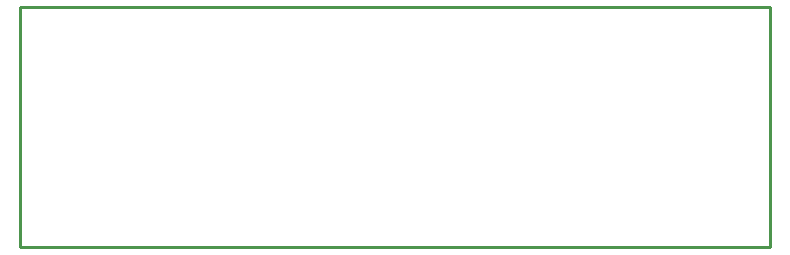
<source format=gbr>
%TF.GenerationSoftware,Altium Limited,Altium Designer,19.1.8 (144)*%
G04 Layer_Color=1930808*
%FSLAX26Y26*%
%MOIN*%
%TF.FileFunction,Other,Board*%
%TF.Part,Single*%
G01*
G75*
%TA.AperFunction,NonConductor*%
%ADD26C,0.010000*%
D26*
X260000Y700000D02*
Y1500000D01*
Y700000D02*
X2760000D01*
X260000Y1500000D02*
X2760000D01*
Y700000D02*
Y1500000D01*
%TF.MD5,0af05f6886784d1f2e24954b1bfaaa6a*%
M02*

</source>
